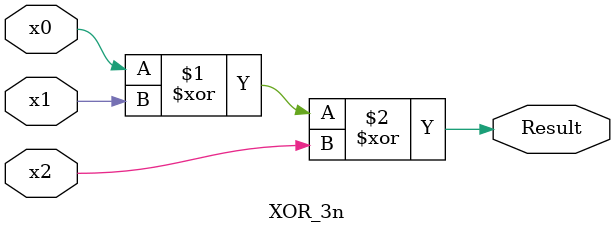
<source format=v>
/*
* -----------------------------------------------------------------
* AUTHOR  : Aein Rezaei Shahmirzadi (aein.rezaeishahmirzadi@rub.de)
* DOCUMENT: "Second-Order Low-Randomness d+1 Hardware Sharing of the AES" CCS'22
* -----------------------------------------------------------------
*
* Copyright (c) 2021, Aein Rezaei Shahmirzadi
*
* All rights reserved.
*
* THIS SOFTWARE IS PROVIDED BY THE COPYRIGHT HOLDERS AND CONTRIBUTORS "AS IS" AND
* ANY EXPRESS OR IMPLIED WARRANTIES, INCLUDING, BUT NOT LIMITED TO, THE IMPLIED
* WARRANTIES OF MERCHANTABILITY AND FITNESS FOR A PARTICULAR PURPOSE ARE
* DISCLAIMED. IN NO EVENT SHALL THE COPYRIGHT HOLDER OR CONTRIBUTERS BE LIABLE FOR ANY
* DIRECT, INDIRECT, INCIDENTAL, SPECIAL, EXEMPLARY, OR CONSEQUENTIAL DAMAGES
* (INCLUDING, BUT NOT LIMITED TO, PROCUREMENT OF SUBSTITUTE GOODS OR SERVICES;
* LOSS OF USE, DATA, OR PROFITS; OR BUSINESS INTERRUPTION) HOWEVER CAUSED AND
* ON ANY THEORY OF LIABILITY, WHETHER IN CONTRACT, STRICT LIABILITY, OR TORT
* (INCLUDING NEGLIGENCE OR OTHERWISE) ARISING IN ANY WAY OUT OF THE USE OF THIS
* SOFTWARE, EVEN IF ADVISED OF THE POSSIBILITY OF SUCH DAMAGE.
*
* Please see LICENSE and README for license and further instructions.
*/

module XOR_3n
#(parameter integer n = 1)
	( 	input [n-1:0] x0,
		input [n-1:0] x1,
		input [n-1:0] x2,
		output [n-1:0] Result
    );

	assign Result = x0 ^ x1 ^ x2;
	
endmodule

</source>
